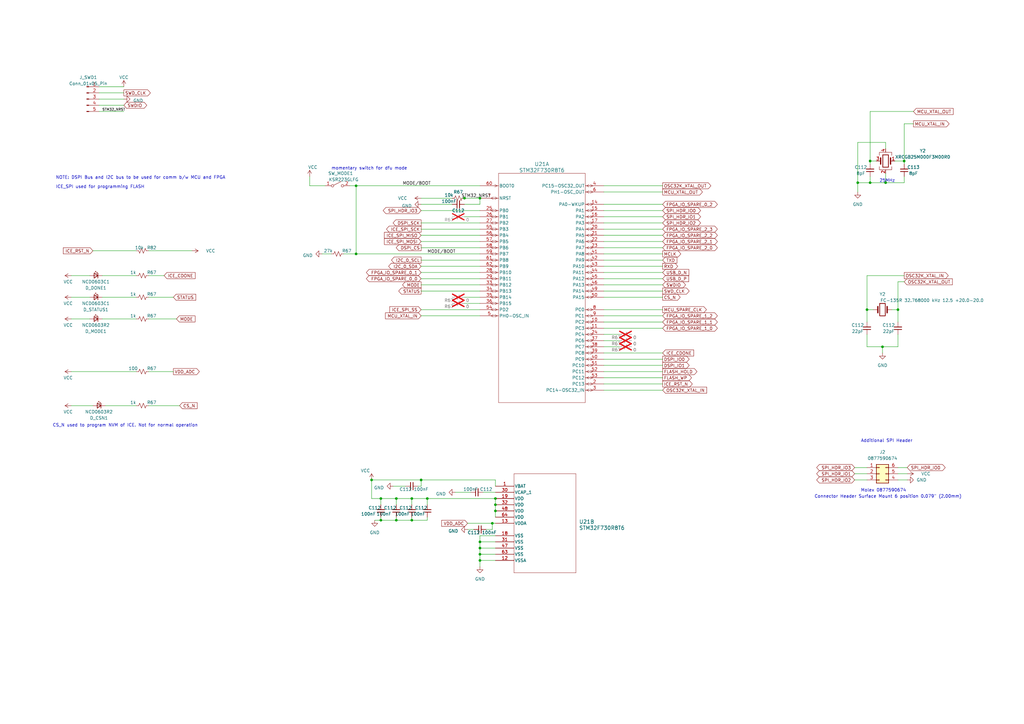
<source format=kicad_sch>
(kicad_sch (version 20230121) (generator eeschema)
  (paper "A3")
  (title_block (title "Gonk") (date "2023-07-20") (rev "P0"))
  (lib_symbols
    (symbol "Connector:Conn_01x05_Pin" (pin_names (offset 1.016) hide)
      (property "Reference" "J" (at 0 7.62 0))
      (property "Value" "Conn_01x05_Pin" (at 0 -7.62 0))
      (symbol "Conn_01x05_Pin_1_1"
        (pin passive line (at 5.08 5.08 180) (length 3.81) (name "Pin_1") (number "1"))
        (pin passive line (at 5.08 2.54 180) (length 3.81) (name "Pin_2") (number "2"))
        (pin passive line (at 5.08 0 180) (length 3.81) (name "Pin_3") (number "3"))
        (pin passive line (at 5.08 -2.54 180) (length 3.81) (name "Pin_4") (number "4"))
        (pin passive line (at 5.08 -5.08 180) (length 3.81) (name "Pin_5") (number "5"))
      )
    )
    (symbol "Connector_Generic:Conn_02x03_Counter_Clockwise" (pin_names (offset 1.016) hide)
      (property "Reference" "J" (at 1.27 5.08 0))
      (property "Value" "Conn_02x03_Counter_Clockwise" (at 1.27 -5.08 0))
      (symbol "Conn_02x03_Counter_Clockwise_1_1"
        (pin passive line (at -5.08 2.54 0) (length 3.81) (name "Pin_1") (number "1"))
        (pin passive line (at -5.08 0 0) (length 3.81) (name "Pin_2") (number "2"))
        (pin passive line (at -5.08 -2.54 0) (length 3.81) (name "Pin_3") (number "3"))
        (pin passive line (at 7.62 -2.54 180) (length 3.81) (name "Pin_4") (number "4"))
        (pin passive line (at 7.62 0 180) (length 3.81) (name "Pin_5") (number "5"))
        (pin passive line (at 7.62 2.54 180) (length 3.81) (name "Pin_6") (number "6"))
      )
    )
    (symbol "Device:C_Small" (pin_numbers hide) (pin_names (offset 0.254) hide)
      (property "Reference" "C" (at 0.254 1.778 0))
      (property "Value" "C_Small" (at 0.254 -2.032 0))
      (symbol "C_Small_1_1"
        (pin passive line (at 0 2.54 270) (length 2.032) (name "~") (number "1"))
        (pin passive line (at 0 -2.54 90) (length 2.032) (name "~") (number "2"))
      )
    )
    (symbol "Device:Crystal" (pin_numbers hide) (pin_names (offset 1.016) hide)
      (property "Reference" "Y" (at 0 3.81 0))
      (property "Value" "Crystal" (at 0 -3.81 0))
      (symbol "Crystal_1_1"
        (pin passive line (at -3.81 0 0) (length 1.27) (name "1") (number "1"))
        (pin passive line (at 3.81 0 180) (length 1.27) (name "2") (number "2"))
      )
    )
    (symbol "Device:Crystal_GND24" (pin_names (offset 1.016) hide)
      (property "Reference" "Y" (at 3.175 5.08 0))
      (property "Value" "Crystal_GND24" (at 3.175 3.175 0))
      (symbol "Crystal_GND24_1_1"
        (pin passive line (at -3.81 0 0) (length 1.27) (name "1") (number "1"))
        (pin passive line (at 0 5.08 270) (length 1.27) (name "2") (number "2"))
        (pin passive line (at 3.81 0 180) (length 1.27) (name "3") (number "3"))
        (pin passive line (at 0 -5.08 90) (length 1.27) (name "4") (number "4"))
      )
    )
    (symbol "Device:LED_Small" (pin_numbers hide) (pin_names (offset 0.254) hide)
      (property "Reference" "D" (at -1.27 3.175 0))
      (property "Value" "LED_Small" (at -4.445 -2.54 0))
      (symbol "LED_Small_1_1"
        (pin passive line (at -2.54 0 0) (length 1.778) (name "K") (number "1"))
        (pin passive line (at 2.54 0 180) (length 1.778) (name "A") (number "2"))
      )
    )
    (symbol "Device:R_Small_US" (pin_numbers hide) (pin_names (offset 0.254) hide)
      (property "Reference" "R" (at 0.762 0.508 0))
      (property "Value" "R_Small_US" (at 0.762 -1.016 0))
      (symbol "R_Small_US_1_1"
        (pin passive line (at 0 2.54 270) (length 1.016) (name "~") (number "1"))
        (pin passive line (at 0 -2.54 90) (length 1.016) (name "~") (number "2"))
      )
    )
    (symbol "MCU_ST_STM32F7:STM32F730R8T6" (pin_names (offset 0.254))
      (property "Reference" "U" (at 25.4 10.16 0))
      (property "Value" "STM32F730R8T6" (at 25.4 7.62 0))
      (symbol "STM32F730R8T6_1_1"
        (pin bidirectional line (at 50.8 -55.88 180) (length 7.62) (name "PC2") (number "10"))
        (pin bidirectional line (at 50.8 -58.42 180) (length 7.62) (name "PC3") (number "11"))
        (pin bidirectional line (at 50.8 -7.62 180) (length 7.62) (name "PA0-WKUP") (number "14"))
        (pin bidirectional line (at 50.8 -10.16 180) (length 7.62) (name "PA1") (number "15"))
        (pin bidirectional line (at 50.8 -12.7 180) (length 7.62) (name "PA2") (number "16"))
        (pin bidirectional line (at 50.8 -15.24 180) (length 7.62) (name "PA3") (number "17"))
        (pin bidirectional line (at 50.8 -81.28 180) (length 7.62) (name "PC13") (number "2"))
        (pin bidirectional line (at 50.8 -17.78 180) (length 7.62) (name "PA4") (number "20"))
        (pin bidirectional line (at 50.8 -20.32 180) (length 7.62) (name "PA5") (number "21"))
        (pin bidirectional line (at 50.8 -22.86 180) (length 7.62) (name "PA6") (number "22"))
        (pin bidirectional line (at 50.8 -25.4 180) (length 7.62) (name "PA7") (number "23"))
        (pin bidirectional line (at 50.8 -60.96 180) (length 7.62) (name "PC4") (number "24"))
        (pin bidirectional line (at 0 -10.16 0) (length 7.62) (name "PB0") (number "25"))
        (pin bidirectional line (at 0 -12.7 0) (length 7.62) (name "PB1") (number "26"))
        (pin bidirectional line (at 0 -15.24 0) (length 7.62) (name "PB2") (number "27"))
        (pin bidirectional line (at 0 -35.56 0) (length 7.62) (name "PB10") (number "28"))
        (pin bidirectional line (at 0 -38.1 0) (length 7.62) (name "PB11") (number "29"))
        (pin bidirectional line (at 50.8 -83.82 180) (length 7.62) (name "PC14-OSC32_IN") (number "3"))
        (pin bidirectional line (at 0 -40.64 0) (length 7.62) (name "PB12") (number "33"))
        (pin bidirectional line (at 0 -43.18 0) (length 7.62) (name "PB13") (number "34"))
        (pin bidirectional line (at 0 -45.72 0) (length 7.62) (name "PB14") (number "35"))
        (pin bidirectional line (at 0 -48.26 0) (length 7.62) (name "PB15") (number "36"))
        (pin bidirectional line (at 50.8 -63.5 180) (length 7.62) (name "PC6") (number "37"))
        (pin bidirectional line (at 50.8 -66.04 180) (length 7.62) (name "PC7") (number "38"))
        (pin bidirectional line (at 50.8 -68.58 180) (length 7.62) (name "PC8") (number "39"))
        (pin bidirectional line (at 50.8 0 180) (length 7.62) (name "PC15-OSC32_OUT") (number "4"))
        (pin bidirectional line (at 50.8 -71.12 180) (length 7.62) (name "PC9") (number "40"))
        (pin bidirectional line (at 50.8 -27.94 180) (length 7.62) (name "PA8") (number "41"))
        (pin bidirectional line (at 50.8 -30.48 180) (length 7.62) (name "PA9") (number "42"))
        (pin bidirectional line (at 50.8 -33.02 180) (length 7.62) (name "PA10") (number "43"))
        (pin bidirectional line (at 50.8 -35.56 180) (length 7.62) (name "PA11") (number "44"))
        (pin bidirectional line (at 50.8 -38.1 180) (length 7.62) (name "PA12") (number "45"))
        (pin bidirectional line (at 50.8 -40.64 180) (length 7.62) (name "PA13") (number "46"))
        (pin bidirectional line (at 50.8 -43.18 180) (length 7.62) (name "PA14") (number "49"))
        (pin bidirectional line (at 0 -53.34 0) (length 7.62) (name "PH0-OSC_IN") (number "5"))
        (pin bidirectional line (at 50.8 -45.72 180) (length 7.62) (name "PA15") (number "50"))
        (pin bidirectional line (at 50.8 -73.66 180) (length 7.62) (name "PC10") (number "51"))
        (pin bidirectional line (at 50.8 -76.2 180) (length 7.62) (name "PC11") (number "52"))
        (pin bidirectional line (at 50.8 -78.74 180) (length 7.62) (name "PC12") (number "53"))
        (pin bidirectional line (at 0 -50.8 0) (length 7.62) (name "PD2") (number "54"))
        (pin bidirectional line (at 0 -17.78 0) (length 7.62) (name "PB3") (number "55"))
        (pin bidirectional line (at 0 -20.32 0) (length 7.62) (name "PB4") (number "56"))
        (pin bidirectional line (at 0 -22.86 0) (length 7.62) (name "PB5") (number "57"))
        (pin bidirectional line (at 0 -25.4 0) (length 7.62) (name "PB6") (number "58"))
        (pin bidirectional line (at 0 -27.94 0) (length 7.62) (name "PB7") (number "59"))
        (pin bidirectional line (at 50.8 -2.54 180) (length 7.62) (name "PH1-OSC_OUT") (number "6"))
        (pin input line (at 0 0 0) (length 7.62) (name "BOOT0") (number "60"))
        (pin bidirectional line (at 0 -30.48 0) (length 7.62) (name "PB8") (number "61"))
        (pin bidirectional line (at 0 -33.02 0) (length 7.62) (name "PB9") (number "62"))
        (pin bidirectional line (at 0 -5.08 0) (length 7.62) (name "NRST") (number "7"))
        (pin bidirectional line (at 50.8 -50.8 180) (length 7.62) (name "PC0") (number "8"))
        (pin bidirectional line (at 50.8 -53.34 180) (length 7.62) (name "PC1") (number "9"))
      )
      (symbol "STM32F730R8T6_2_1"
        (pin power_in line (at 0 0 0) (length 7.62) (name "VBAT") (number "1"))
        (pin power_in line (at 0 -30.48 0) (length 7.62) (name "VSSA") (number "12"))
        (pin power_in line (at 0 -15.24 0) (length 7.62) (name "VDDA") (number "13"))
        (pin power_in line (at 0 -20.32 0) (length 7.62) (name "VSS") (number "18"))
        (pin power_in line (at 0 -5.08 0) (length 7.62) (name "VDD") (number "19"))
        (pin power_in line (at 0 -2.54 0) (length 7.62) (name "VCAP_1") (number "30"))
        (pin power_in line (at 0 -22.86 0) (length 7.62) (name "VSS") (number "31"))
        (pin power_in line (at 0 -7.62 0) (length 7.62) (name "VDD") (number "32"))
        (pin power_in line (at 0 -25.4 0) (length 7.62) (name "VSS") (number "47"))
        (pin power_in line (at 0 -10.16 0) (length 7.62) (name "VDD") (number "48"))
        (pin power_in line (at 0 -27.94 0) (length 7.62) (name "VSS") (number "63"))
        (pin power_in line (at 0 -12.7 0) (length 7.62) (name "VDD") (number "64"))
      )
    )
    (symbol "Switch:SW_SPST" (pin_names (offset 0) hide)
      (property "Reference" "SW" (at 0 3.175 0))
      (property "Value" "SW_SPST" (at 0 -2.54 0))
      (symbol "SW_SPST_1_1"
        (pin passive line (at -5.08 0 0) (length 2.54) (name "A") (number "1"))
        (pin passive line (at 5.08 0 180) (length 2.54) (name "B") (number "2"))
      )
    )
    (symbol "power:GND" (power) (pin_names (offset 0))
      (property "Value" "GND" (at 0 -3.81 0))
      (symbol "GND_1_1"
        (pin power_in line (at 0 0 270) (length 0) hide (name "GND") (number "1"))
      )
    )
    (symbol "power:VCC_GONK" (power) (pin_names (offset 0))
      (property "Value" "VCC_GONK" (at 0 3.81 0))
      (symbol "VCC_GONK_1_1"
        (pin power_in line (at 0 0 90) (length 0) hide (name "VCC") (number "1"))
      )
    )
  )
  (junction (at 355.6 127))
  (junction (at 356.87 66.04))
  (junction (at 370.84 66.04))
  (junction (at 196.85 222.25))
  (junction (at 146.05 76.2))
  (junction (at 203.2 209.55))
  (junction (at 162.56 213.36))
  (junction (at 156.21 204.47))
  (junction (at 203.2 207.01))
  (junction (at 196.85 224.79))
  (junction (at 172.72 196.85))
  (junction (at 368.3 127))
  (junction (at 190.5 81.28))
  (junction (at 162.56 204.47))
  (junction (at 196.85 81.28))
  (junction (at 175.26 204.47))
  (junction (at 168.91 204.47))
  (junction (at 201.93 214.63))
  (junction (at 356.87 74.93))
  (junction (at 361.95 142.24))
  (junction (at 363.22 74.93))
  (junction (at 146.05 104.14))
  (junction (at 196.85 227.33))
  (junction (at 152.4 196.85))
  (junction (at 196.85 229.87))
  (junction (at 351.79 74.93))
  (junction (at 168.91 213.36))
  (junction (at 156.21 213.36))
  (junction (at 203.2 204.47))
  (wire (pts (xy 247.65 76.2) (xy 271.78 76.2)))
  (wire (pts (xy 374.65 50.8) (xy 370.84 50.8)))
  (wire (pts (xy 201.93 217.17) (xy 201.93 214.63)))
  (wire (pts (xy 152.4 196.85) (xy 172.72 196.85)))
  (wire (pts (xy 153.67 213.36) (xy 156.21 213.36)))
  (wire (pts (xy 363.22 71.12) (xy 363.22 74.93)))
  (wire (pts (xy 172.72 106.68) (xy 196.85 106.68)))
  (wire (pts (xy 370.84 50.8) (xy 370.84 66.04)))
  (wire (pts (xy 60.96 121.92) (xy 71.12 121.92)))
  (wire (pts (xy 162.56 204.47) (xy 168.91 204.47)))
  (wire (pts (xy 146.05 104.14) (xy 196.85 104.14)))
  (wire (pts (xy 196.85 229.87) (xy 196.85 232.41)))
  (wire (pts (xy 146.05 76.2) (xy 146.05 104.14)))
  (wire (pts (xy 247.65 116.84) (xy 271.78 116.84)))
  (wire (pts (xy 254 142.24) (xy 247.65 142.24)))
  (wire (pts (xy 40.64 35.56) (xy 50.8 35.56)))
  (wire (pts (xy 247.65 160.02) (xy 271.78 160.02)))
  (wire (pts (xy 203.2 207.01) (xy 203.2 209.55)))
  (wire (pts (xy 247.65 106.68) (xy 271.78 106.68)))
  (wire (pts (xy 247.65 104.14) (xy 271.78 104.14)))
  (wire (pts (xy 190.5 83.82) (xy 196.85 83.82)))
  (wire (pts (xy 356.87 74.93) (xy 363.22 74.93)))
  (wire (pts (xy 172.72 91.44) (xy 196.85 91.44)))
  (wire (pts (xy 247.65 109.22) (xy 271.78 109.22)))
  (wire (pts (xy 350.52 191.77) (xy 355.6 191.77)))
  (wire (pts (xy 40.64 45.72) (xy 50.8 45.72)))
  (wire (pts (xy 247.65 149.86) (xy 271.78 149.86)))
  (wire (pts (xy 168.91 204.47) (xy 175.26 204.47)))
  (wire (pts (xy 168.91 212.09) (xy 168.91 213.36)))
  (wire (pts (xy 196.85 219.71) (xy 196.85 222.25)))
  (wire (pts (xy 247.65 134.62) (xy 271.78 134.62)))
  (wire (pts (xy 172.72 101.6) (xy 196.85 101.6)))
  (wire (pts (xy 172.72 93.98) (xy 196.85 93.98)))
  (wire (pts (xy 146.05 76.2) (xy 196.85 76.2)))
  (wire (pts (xy 172.72 196.85) (xy 203.2 196.85)))
  (wire (pts (xy 368.3 137.16) (xy 368.3 142.24)))
  (wire (pts (xy 247.65 91.44) (xy 271.78 91.44)))
  (wire (pts (xy 60.96 166.37) (xy 73.66 166.37)))
  (wire (pts (xy 168.91 204.47) (xy 168.91 207.01)))
  (wire (pts (xy 196.85 224.79) (xy 203.2 224.79)))
  (wire (pts (xy 370.84 74.93) (xy 370.84 72.39)))
  (wire (pts (xy 171.45 199.39) (xy 172.72 199.39)))
  (wire (pts (xy 247.65 93.98) (xy 271.78 93.98)))
  (wire (pts (xy 247.65 99.06) (xy 271.78 99.06)))
  (wire (pts (xy 168.91 213.36) (xy 175.26 213.36)))
  (wire (pts (xy 365.76 127) (xy 368.3 127)))
  (wire (pts (xy 247.65 96.52) (xy 271.78 96.52)))
  (wire (pts (xy 368.3 194.31) (xy 372.11 194.31)))
  (wire (pts (xy 247.65 152.4) (xy 271.78 152.4)))
  (wire (pts (xy 152.4 204.47) (xy 156.21 204.47)))
  (wire (pts (xy 356.87 45.72) (xy 374.65 45.72)))
  (wire (pts (xy 55.88 166.37) (xy 43.18 166.37)))
  (wire (pts (xy 356.87 72.39) (xy 356.87 74.93)))
  (wire (pts (xy 247.65 127) (xy 271.78 127)))
  (wire (pts (xy 196.85 224.79) (xy 196.85 227.33)))
  (wire (pts (xy 254 137.16) (xy 247.65 137.16)))
  (wire (pts (xy 355.6 113.03) (xy 370.84 113.03)))
  (wire (pts (xy 361.95 142.24) (xy 361.95 144.78)))
  (wire (pts (xy 196.85 227.33) (xy 203.2 227.33)))
  (wire (pts (xy 196.85 227.33) (xy 196.85 229.87)))
  (wire (pts (xy 203.2 204.47) (xy 203.2 207.01)))
  (wire (pts (xy 175.26 204.47) (xy 175.26 207.01)))
  (wire (pts (xy 175.26 212.09) (xy 175.26 213.36)))
  (wire (pts (xy 190.5 124.46) (xy 196.85 124.46)))
  (wire (pts (xy 254 139.7) (xy 247.65 139.7)))
  (wire (pts (xy 247.65 83.82) (xy 271.78 83.82)))
  (wire (pts (xy 196.85 222.25) (xy 203.2 222.25)))
  (wire (pts (xy 172.72 119.38) (xy 196.85 119.38)))
  (wire (pts (xy 172.72 99.06) (xy 196.85 99.06)))
  (wire (pts (xy 355.6 137.16) (xy 355.6 142.24)))
  (wire (pts (xy 172.72 111.76) (xy 196.85 111.76)))
  (wire (pts (xy 156.21 213.36) (xy 162.56 213.36)))
  (wire (pts (xy 60.96 113.03) (xy 67.31 113.03)))
  (wire (pts (xy 189.23 81.28) (xy 190.5 81.28)))
  (wire (pts (xy 162.56 213.36) (xy 168.91 213.36)))
  (wire (pts (xy 247.65 111.76) (xy 271.78 111.76)))
  (wire (pts (xy 203.2 199.39) (xy 203.2 196.85)))
  (wire (pts (xy 140.97 104.14) (xy 146.05 104.14)))
  (wire (pts (xy 247.65 129.54) (xy 271.78 129.54)))
  (wire (pts (xy 368.3 115.57) (xy 370.84 115.57)))
  (wire (pts (xy 350.52 194.31) (xy 355.6 194.31)))
  (wire (pts (xy 156.21 212.09) (xy 156.21 213.36)))
  (wire (pts (xy 247.65 86.36) (xy 271.78 86.36)))
  (wire (pts (xy 368.3 191.77) (xy 372.11 191.77)))
  (wire (pts (xy 156.21 204.47) (xy 162.56 204.47)))
  (wire (pts (xy 247.65 154.94) (xy 271.78 154.94)))
  (wire (pts (xy 363.22 58.42) (xy 363.22 60.96)))
  (wire (pts (xy 247.65 101.6) (xy 271.78 101.6)))
  (wire (pts (xy 190.5 81.28) (xy 196.85 81.28)))
  (wire (pts (xy 172.72 83.82) (xy 185.42 83.82)))
  (wire (pts (xy 29.21 166.37) (xy 38.1 166.37)))
  (wire (pts (xy 172.72 86.36) (xy 196.85 86.36)))
  (wire (pts (xy 247.65 78.74) (xy 271.78 78.74)))
  (wire (pts (xy 143.51 76.2) (xy 146.05 76.2)))
  (wire (pts (xy 55.88 130.81) (xy 41.91 130.81)))
  (wire (pts (xy 196.85 83.82) (xy 196.85 81.28)))
  (wire (pts (xy 247.65 114.3) (xy 271.78 114.3)))
  (wire (pts (xy 368.3 127) (xy 368.3 132.08)))
  (wire (pts (xy 368.3 196.85) (xy 372.11 196.85)))
  (wire (pts (xy 355.6 127) (xy 358.14 127)))
  (wire (pts (xy 156.21 204.47) (xy 156.21 207.01)))
  (wire (pts (xy 172.72 127) (xy 196.85 127)))
  (wire (pts (xy 161.29 199.39) (xy 166.37 199.39)))
  (wire (pts (xy 271.78 144.78) (xy 247.65 144.78)))
  (wire (pts (xy 127 76.2) (xy 127 72.39)))
  (wire (pts (xy 247.65 157.48) (xy 271.78 157.48)))
  (wire (pts (xy 247.65 88.9) (xy 271.78 88.9)))
  (wire (pts (xy 172.72 116.84) (xy 196.85 116.84)))
  (wire (pts (xy 199.39 217.17) (xy 201.93 217.17)))
  (wire (pts (xy 363.22 74.93) (xy 370.84 74.93)))
  (wire (pts (xy 40.64 43.18) (xy 50.8 43.18)))
  (wire (pts (xy 55.88 121.92) (xy 41.91 121.92)))
  (wire (pts (xy 370.84 67.31) (xy 370.84 66.04)))
  (wire (pts (xy 172.72 81.28) (xy 185.42 81.28)))
  (wire (pts (xy 196.85 222.25) (xy 196.85 224.79)))
  (wire (pts (xy 172.72 109.22) (xy 196.85 109.22)))
  (wire (pts (xy 55.88 113.03) (xy 41.91 113.03)))
  (wire (pts (xy 133.35 76.2) (xy 127 76.2)))
  (wire (pts (xy 363.22 58.42) (xy 351.79 58.42)))
  (wire (pts (xy 29.21 152.4) (xy 55.88 152.4)))
  (wire (pts (xy 60.96 130.81) (xy 72.39 130.81)))
  (wire (pts (xy 196.85 229.87) (xy 203.2 229.87)))
  (wire (pts (xy 40.64 40.64) (xy 50.8 40.64)))
  (wire (pts (xy 78.74 102.87) (xy 60.96 102.87)))
  (wire (pts (xy 351.79 58.42) (xy 351.79 74.93)))
  (wire (pts (xy 355.6 142.24) (xy 361.95 142.24)))
  (wire (pts (xy 29.21 113.03) (xy 36.83 113.03)))
  (wire (pts (xy 172.72 129.54) (xy 196.85 129.54)))
  (wire (pts (xy 29.21 121.92) (xy 36.83 121.92)))
  (wire (pts (xy 162.56 212.09) (xy 162.56 213.36)))
  (wire (pts (xy 175.26 204.47) (xy 203.2 204.47)))
  (wire (pts (xy 190.5 88.9) (xy 196.85 88.9)))
  (wire (pts (xy 201.93 214.63) (xy 203.2 214.63)))
  (wire (pts (xy 351.79 74.93) (xy 351.79 78.74)))
  (wire (pts (xy 368.3 127) (xy 368.3 115.57)))
  (wire (pts (xy 247.65 147.32) (xy 271.78 147.32)))
  (wire (pts (xy 40.64 38.1) (xy 50.8 38.1)))
  (wire (pts (xy 350.52 196.85) (xy 355.6 196.85)))
  (wire (pts (xy 355.6 127) (xy 355.6 132.08)))
  (wire (pts (xy 203.2 209.55) (xy 203.2 212.09)))
  (wire (pts (xy 356.87 74.93) (xy 351.79 74.93)))
  (wire (pts (xy 356.87 45.72) (xy 356.87 66.04)))
  (wire (pts (xy 172.72 114.3) (xy 196.85 114.3)))
  (wire (pts (xy 368.3 142.24) (xy 361.95 142.24)))
  (wire (pts (xy 132.08 104.14) (xy 135.89 104.14)))
  (wire (pts (xy 356.87 66.04) (xy 359.41 66.04)))
  (wire (pts (xy 203.2 219.71) (xy 196.85 219.71)))
  (wire (pts (xy 162.56 204.47) (xy 162.56 207.01)))
  (wire (pts (xy 172.72 199.39) (xy 172.72 196.85)))
  (wire (pts (xy 38.1 102.87) (xy 55.88 102.87)))
  (wire (pts (xy 198.12 201.93) (xy 203.2 201.93)))
  (wire (pts (xy 152.4 204.47) (xy 152.4 196.85)))
  (wire (pts (xy 355.6 127) (xy 355.6 113.03)))
  (wire (pts (xy 190.5 121.92) (xy 196.85 121.92)))
  (wire (pts (xy 186.69 201.93) (xy 193.04 201.93)))
  (wire (pts (xy 367.03 66.04) (xy 370.84 66.04)))
  (wire (pts (xy 247.65 119.38) (xy 271.78 119.38)))
  (wire (pts (xy 356.87 67.31) (xy 356.87 66.04)))
  (wire (pts (xy 29.21 130.81) (xy 36.83 130.81)))
  (wire (pts (xy 247.65 132.08) (xy 271.78 132.08)))
  (wire (pts (xy 191.77 214.63) (xy 201.93 214.63)))
  (wire (pts (xy 191.77 217.17) (xy 194.31 217.17)))
  (wire (pts (xy 247.65 121.92) (xy 271.78 121.92)))
  (wire (pts (xy 172.72 96.52) (xy 196.85 96.52)))
  (wire (pts (xy 60.96 152.4) (xy 71.12 152.4)))
  (text "Additional SPI Header " (at 353.06 181.61 0) (effects (font (size 1.27 1.27)) (justify left bottom)))
  (text "25MHz\n" (at 360.68 74.93 0) (effects (font (size 1.27 1.27)) (justify left bottom)))
  (text "NOTE: DSPI Bus and I2C bus to be used for comm b/w MCU and FPGA" (at 22.86 73.66 0) (effects (font (size 1.27 1.27)) (justify left bottom)))
  (text "momentary switch for dfu mode" (at 135.89 69.85 0) (effects (font (size 1.27 1.27)) (justify left bottom)))
  (text "Connector Header Surface Mount 6 position 0.079\" (2.00mm)\n" (at 334.01 204.47 0) (effects (font (size 1.27 1.27)) (justify left bottom)))
  (text "Molex 0877590674" (at 353.06 201.93 0) (effects (font (size 1.27 1.27)) (justify left bottom)))
  (text "CS_N used to program NVM of ICE. Not for normal operation" (at 21.59 175.26 0) (effects (font (size 1.27 1.27)) (justify left bottom)))
  (text "ICE_SPI used for programming FLASH \n" (at 22.86 77.47 0) (effects (font (size 1.27 1.27)) (justify left bottom)))
  (label "MODE{slash}BOOT" (at 165.1 76.2 0))
  (label "MODE{slash}BOOT" (at 175.26 104.14 0))
  (label "STM32_NRST" (at 189.23 81.28 0))
  (label "STM32_NRST" (at 41.91 45.72 0) (effects (font (size 1 1))))
  (global_label "MCU_XTAL_OUT" (shape output) (at 271.78 78.74 0) (property "Intersheetrefs" "${INTERSHEET_REFS}" (at 288.5953 78.74 0) (effects (justify left))))
  (global_label "FPGA_IO_SPARE_1_1" (shape bidirectional) (at 271.78 132.08 0) (property "Intersheetrefs" "${INTERSHEET_REFS}" (at 294.7261 132.08 0) (effects (justify left))))
  (global_label "CS_N" (shape output) (at 271.78 121.92 0) (property "Intersheetrefs" "${INTERSHEET_REFS}" (at 279.4634 121.92 0) (effects (justify left))))
  (global_label "MCU_XTAL_IN" (shape output) (at 374.65 50.8 0) (property "Intersheetrefs" "${INTERSHEET_REFS}" (at 389.772 50.8 0) (effects (justify left))))
  (global_label "SPI_HDR_IO0" (shape bidirectional) (at 271.78 86.36 0) (property "Intersheetrefs" "${INTERSHEET_REFS}" (at 287.8319 86.36 0) (effects (justify left))))
  (global_label "I2C_0_SDA" (shape bidirectional) (at 172.72 109.22 180) (property "Intersheetrefs" "${INTERSHEET_REFS}" (at 158.9058 109.22 0) (effects (justify right))))
  (global_label "FPGA_IO_SPARE_2_1" (shape bidirectional) (at 271.78 99.06 0) (property "Intersheetrefs" "${INTERSHEET_REFS}" (at 294.7261 99.06 0) (effects (justify left))))
  (global_label "MCLK" (shape output) (at 271.78 104.14 0) (property "Intersheetrefs" "${INTERSHEET_REFS}" (at 279.7053 104.14 0) (effects (justify left))))
  (global_label "DSPI_IO0" (shape output) (at 271.78 147.32 0) (property "Intersheetrefs" "${INTERSHEET_REFS}" (at 283.1525 147.32 0) (effects (justify left))))
  (global_label "OSC32K_XTAL_OUT" (shape input) (at 370.84 115.57 0) (property "Intersheetrefs" "${INTERSHEET_REFS}" (at 391.1024 115.57 0) (effects (justify left))))
  (global_label "ICE_SPI_MISO" (shape input) (at 172.72 96.52 180) (property "Intersheetrefs" "${INTERSHEET_REFS}" (at 157.1747 96.52 0) (effects (justify right))))
  (global_label "SPI_HDR_IO3" (shape bidirectional) (at 350.52 191.77 180) (property "Intersheetrefs" "${INTERSHEET_REFS}" (at 334.4681 191.77 0) (effects (justify right))))
  (global_label "VDD_ADC" (shape output) (at 71.12 152.4 0) (property "Intersheetrefs" "${INTERSHEET_REFS}" (at 82.2506 152.4 0) (effects (justify left))))
  (global_label "ICE_CDONE" (shape input) (at 67.31 113.03 0) (property "Intersheetrefs" "${INTERSHEET_REFS}" (at 80.5572 113.03 0) (effects (justify left))))
  (global_label "MODE" (shape input) (at 72.39 130.81 0) (property "Intersheetrefs" "${INTERSHEET_REFS}" (at 80.4967 130.81 0) (effects (justify left))))
  (global_label "I2C_0_SCL" (shape output) (at 172.72 106.68 180) (property "Intersheetrefs" "${INTERSHEET_REFS}" (at 160.0776 106.68 0) (effects (justify right))))
  (global_label "DSPI_SCK" (shape output) (at 172.72 91.44 180) (property "Intersheetrefs" "${INTERSHEET_REFS}" (at 160.7428 91.44 0) (effects (justify right))))
  (global_label "FLASH_WP" (shape output) (at 271.78 154.94 0) (property "Intersheetrefs" "${INTERSHEET_REFS}" (at 284.1201 154.94 0) (effects (justify left))))
  (global_label "USB_D_P" (shape input) (at 271.78 114.3 0) (property "Intersheetrefs" "${INTERSHEET_REFS}" (at 282.971 114.3 0) (effects (justify left))))
  (global_label "SWDIO" (shape bidirectional) (at 50.8 43.18 0) (property "Intersheetrefs" "${INTERSHEET_REFS}" (at 60.6833 43.18 0) (effects (justify left))))
  (global_label "FPGA_IO_SPARE_0_0" (shape bidirectional) (at 172.72 114.3 180) (property "Intersheetrefs" "${INTERSHEET_REFS}" (at 149.7739 114.3 0) (effects (justify right))))
  (global_label "SPI_HDR_IO1" (shape bidirectional) (at 271.78 88.9 0) (property "Intersheetrefs" "${INTERSHEET_REFS}" (at 287.8319 88.9 0) (effects (justify left))))
  (global_label "FPGA_IO_SPARE_2_2" (shape bidirectional) (at 271.78 96.52 0) (property "Intersheetrefs" "${INTERSHEET_REFS}" (at 294.7261 96.52 0) (effects (justify left))))
  (global_label "RXD" (shape output) (at 271.78 109.22 0) (property "Intersheetrefs" "${INTERSHEET_REFS}" (at 278.4353 109.22 0) (effects (justify left))))
  (global_label "SPI_HDR_IO2" (shape bidirectional) (at 350.52 196.85 180) (property "Intersheetrefs" "${INTERSHEET_REFS}" (at 334.4681 196.85 0) (effects (justify right))))
  (global_label "USB_D_N" (shape input) (at 271.78 111.76 0) (property "Intersheetrefs" "${INTERSHEET_REFS}" (at 283.0315 111.76 0) (effects (justify left))))
  (global_label "MCU_XTAL_IN" (shape input) (at 172.72 129.54 180) (property "Intersheetrefs" "${INTERSHEET_REFS}" (at 157.598 129.54 0) (effects (justify right))))
  (global_label "SWDIO" (shape bidirectional) (at 271.78 116.84 0) (property "Intersheetrefs" "${INTERSHEET_REFS}" (at 281.6633 116.84 0) (effects (justify left))))
  (global_label "FPGA_IO_SPARE_2_0" (shape bidirectional) (at 271.78 101.6 0) (property "Intersheetrefs" "${INTERSHEET_REFS}" (at 294.7261 101.6 0) (effects (justify left))))
  (global_label "ICE_SPI_SS" (shape input) (at 172.72 127 180) (property "Intersheetrefs" "${INTERSHEET_REFS}" (at 159.3519 127 0) (effects (justify right))))
  (global_label "ICE_RST_N" (shape input) (at 38.1 102.87 180) (property "Intersheetrefs" "${INTERSHEET_REFS}" (at 25.4576 102.87 0) (effects (justify right))))
  (global_label "ICE_CDONE" (shape input) (at 271.78 144.78 0) (property "Intersheetrefs" "${INTERSHEET_REFS}" (at 285.0272 144.78 0) (effects (justify left))))
  (global_label "SPI_HDR_IO1" (shape bidirectional) (at 350.52 194.31 180) (property "Intersheetrefs" "${INTERSHEET_REFS}" (at 334.4681 194.31 0) (effects (justify right))))
  (global_label "FPGA_IO_SPARE_1_2" (shape bidirectional) (at 271.78 129.54 0) (property "Intersheetrefs" "${INTERSHEET_REFS}" (at 294.7261 129.54 0) (effects (justify left))))
  (global_label "FLASH_HOLD" (shape output) (at 271.78 152.4 0) (property "Intersheetrefs" "${INTERSHEET_REFS}" (at 286.3578 152.4 0) (effects (justify left))))
  (global_label "MCU_XTAL_OUT" (shape input) (at 374.65 45.72 0) (property "Intersheetrefs" "${INTERSHEET_REFS}" (at 391.4653 45.72 0) (effects (justify left))))
  (global_label "DSPI_CS" (shape output) (at 172.72 101.6 180) (property "Intersheetrefs" "${INTERSHEET_REFS}" (at 162.0128 101.6 0) (effects (justify right))))
  (global_label "FPGA_IO_SPARE_0_1" (shape bidirectional) (at 172.72 111.76 180) (property "Intersheetrefs" "${INTERSHEET_REFS}" (at 149.7739 111.76 0) (effects (justify right))))
  (global_label "SPI_HDR_IO0" (shape bidirectional) (at 372.11 191.77 0) (property "Intersheetrefs" "${INTERSHEET_REFS}" (at 388.1619 191.77 0) (effects (justify left))))
  (global_label "SPI_HDR_IO2" (shape bidirectional) (at 271.78 91.44 0) (property "Intersheetrefs" "${INTERSHEET_REFS}" (at 287.8319 91.44 0) (effects (justify left))))
  (global_label "FPGA_IO_SPARE_2_3" (shape bidirectional) (at 271.78 93.98 0) (property "Intersheetrefs" "${INTERSHEET_REFS}" (at 294.7261 93.98 0) (effects (justify left))))
  (global_label "OSC32K_XTAL_IN" (shape input) (at 271.78 160.02 0) (property "Intersheetrefs" "${INTERSHEET_REFS}" (at 290.3491 160.02 0) (effects (justify left))))
  (global_label "SWD_CLK" (shape output) (at 50.8 38.1 0) (property "Intersheetrefs" "${INTERSHEET_REFS}" (at 62.1724 38.1 0) (effects (justify left))))
  (global_label "ICE_SPI_SCK" (shape output) (at 172.72 93.98 180) (property "Intersheetrefs" "${INTERSHEET_REFS}" (at 158.0214 93.98 0) (effects (justify right))))
  (global_label "MCU_SPARE_CLK" (shape output) (at 271.78 127 0) (property "Intersheetrefs" "${INTERSHEET_REFS}" (at 290.2281 127 0) (effects (justify left))))
  (global_label "VDD_ADC" (shape input) (at 191.77 214.63 180) (property "Intersheetrefs" "${INTERSHEET_REFS}" (at 180.6394 214.63 0) (effects (justify right))))
  (global_label "MODE" (shape output) (at 172.72 116.84 180) (property "Intersheetrefs" "${INTERSHEET_REFS}" (at 164.6133 116.84 0) (effects (justify right))))
  (global_label "ICE_RST_N" (shape output) (at 271.78 157.48 0) (property "Intersheetrefs" "${INTERSHEET_REFS}" (at 284.4224 157.48 0) (effects (justify left))))
  (global_label "ICE_SPI_MOSI" (shape input) (at 172.72 99.06 180) (property "Intersheetrefs" "${INTERSHEET_REFS}" (at 157.1747 99.06 0) (effects (justify right))))
  (global_label "OSC32K_XTAL_OUT" (shape output) (at 271.78 76.2 0) (property "Intersheetrefs" "${INTERSHEET_REFS}" (at 292.0424 76.2 0) (effects (justify left))))
  (global_label "STATUS" (shape input) (at 71.12 121.92 0) (property "Intersheetrefs" "${INTERSHEET_REFS}" (at 80.7991 121.92 0) (effects (justify left))))
  (global_label "SPI_HDR_IO3" (shape bidirectional) (at 172.72 86.36 180) (property "Intersheetrefs" "${INTERSHEET_REFS}" (at 156.6681 86.36 0) (effects (justify right))))
  (global_label "FPGA_IO_SPARE_1_0" (shape bidirectional) (at 271.78 134.62 0) (property "Intersheetrefs" "${INTERSHEET_REFS}" (at 294.7261 134.62 0) (effects (justify left))))
  (global_label "DSPI_IO1" (shape output) (at 271.78 149.86 0) (property "Intersheetrefs" "${INTERSHEET_REFS}" (at 283.1525 149.86 0) (effects (justify left))))
  (global_label "TXD" (shape input) (at 271.78 106.68 0) (property "Intersheetrefs" "${INTERSHEET_REFS}" (at 278.1329 106.68 0) (effects (justify left))))
  (global_label "FPGA_IO_SPARE_0_2" (shape bidirectional) (at 271.78 83.82 0) (property "Intersheetrefs" "${INTERSHEET_REFS}" (at 294.7261 83.82 0) (effects (justify left))))
  (global_label "CS_N" (shape input) (at 73.66 166.37 0) (property "Intersheetrefs" "${INTERSHEET_REFS}" (at 81.3434 166.37 0) (effects (justify left))))
  (global_label "SWD_CLK" (shape output) (at 271.78 119.38 0) (property "Intersheetrefs" "${INTERSHEET_REFS}" (at 283.1524 119.38 0) (effects (justify left))))
  (global_label "STATUS" (shape output) (at 172.72 119.38 180) (property "Intersheetrefs" "${INTERSHEET_REFS}" (at 163.0409 119.38 0) (effects (justify right))))
  (global_label "OSC32K_XTAL_IN" (shape output) (at 370.84 113.03 0) (property "Intersheetrefs" "${INTERSHEET_REFS}" (at 389.4091 113.03 0) (effects (justify left))))
  (symbol (lib_id "power:VCC_GONK") (at 372.11 194.31 270) (mirror x) (unit 1)
    (property "Reference" "#PWR0200" (effects hide))
    (property "Value" "VCC_GONK" (at 379.73 194.31 90))
    (instances (project "Gonk" (path "" (reference "#PWR0200") (unit 1)) (path "" (reference "#PWR0218") (unit 1)) (path "" (reference "#PWR0105") (unit 1))))
  )
  (symbol (lib_id "Device:R_Small_US") (at 58.42 121.92 270) (unit 1)
    (property "Reference" "R67" (at 62.23 120.65 90))
    (property "Value" "1k" (at 54.61 120.65 90))
    (property "Footprint" "Resistor_SMD:R_0402_1005Metric" (effects hide))
    (instances (project "Gonk" (path "" (reference "R67") (unit 1)) (path "" (reference "R79") (unit 1))))
  )
  (symbol (lib_id "power:VCC_GONK") (at 152.4 196.85 0) (mirror y) (unit 1)
    (property "Reference" "#PWR0200" (effects hide))
    (property "Value" "VCC_GONK" (at 149.86 193.04 0))
    (instances (project "Gonk" (path "" (reference "#PWR0200") (unit 1)) (path "" (reference "#PWR0218") (unit 1)) (path "" (reference "#PWR0204") (unit 1))))
  )
  (symbol (lib_id "Device:Crystal") (at 361.95 127 0) (unit 1)
    (property "Reference" "Y2" (at 361.95 120.65 0))
    (property "Value" "FC-135R 32.768000 kHz 12.5 +20.0-20.0" (at 382.27 123.19 0))
    (property "Footprint" "Crystal:Crystal_SMD_3215-2Pin_3.2x1.5mm" (effects hide))
  )
  (symbol (lib_id "MCU_ST_STM32F7:STM32F730R8T6") (at 196.85 76.2 0) (unit 1)
    (property "Reference" "U21" (at 222.25 67.31 0) (effects (font (size 1.524 1.524))))
    (property "Value" "STM32F730R8T6" (at 222.25 69.85 0) (effects (font (size 1.524 1.524))))
    (property "Footprint" "LQFP64-10x10mm" (effects hide))
    (property "Datasheet" "STM32F730R8T6" (effects hide))
  )
  (symbol (lib_id "Device:R_Small_US") (at 256.54 139.7 90) (unit 1) (in_bom no) (dnp yes)
    (property "Reference" "R67" (at 252.73 140.97 90))
    (property "Value" "0" (at 260.35 140.97 90))
    (property "Footprint" "Resistor_SMD:R_0402_1005Metric" (effects hide))
    (instances (project "Gonk" (path "" (reference "R67") (unit 1)) (path "" (reference "R112") (unit 1))))
  )
  (symbol (lib_id "power:VCC_GONK") (at 29.21 121.92 90) (mirror x) (unit 1)
    (property "Reference" "#PWR0200" (effects hide))
    (property "Value" "VCC_GONK" (at 27.94 124.46 90))
    (instances (project "Gonk" (path "" (reference "#PWR0200") (unit 1)) (path "" (reference "#PWR0218") (unit 1)) (path "" (reference "#PWR0199") (unit 1))))
  )
  (symbol (lib_id "Device:R_Small_US") (at 58.42 166.37 270) (unit 1)
    (property "Reference" "R67" (at 62.23 165.1 90))
    (property "Value" "1k" (at 54.61 165.1 90))
    (property "Footprint" "Resistor_SMD:R_0402_1005Metric" (effects hide))
    (instances (project "Gonk" (path "" (reference "R67") (unit 1)) (path "" (reference "R83") (unit 1))))
  )
  (symbol (lib_id "Device:R_Small_US") (at 187.96 121.92 90) (unit 1) (in_bom no) (dnp yes)
    (property "Reference" "R67" (at 184.15 123.19 90))
    (property "Value" "0" (at 191.77 123.19 90))
    (property "Footprint" "Resistor_SMD:R_0402_1005Metric" (effects hide))
    (instances (project "Gonk" (path "" (reference "R67") (unit 1)) (path "" (reference "R115") (unit 1))))
  )
  (symbol (lib_id "Device:C_Small") (at 196.85 217.17 270) (unit 1)
    (property "Reference" "C112" (at 194.31 218.44 90))
    (property "Value" "100nF" (at 200.66 218.44 90))
    (property "Footprint" "Capacitor_SMD:C_0402_1005Metric" (effects hide))
    (instances (project "Gonk" (path "" (reference "C112") (unit 1)) (path "" (reference "C84") (unit 1))))
  )
  (symbol (lib_id "power:VCC_GONK") (at 50.8 35.56 0) (unit 1)
    (property "Reference" "#PWR0237" (effects hide))
    (property "Value" "VCC_GONK" (at 50.8 31.75 0))
  )
  (symbol (lib_id "Device:LED_Small") (at 39.37 113.03 0) (mirror y) (unit 1)
    (property "Reference" "D_DONE1" (at 39.3065 118.11 0))
    (property "Value" "NCD0603C1" (at 39.3065 115.57 0))
    (property "Footprint" "LED_SMD:LED_0603_1608Metric" (effects hide))
  )
  (symbol (lib_id "power:GND") (at 161.29 199.39 270) (unit 1)
    (property "Reference" "#PWR0146" (effects hide))
    (property "Value" "GND" (at 157.48 200.025 90) (effects (justify right)))
    (instances (project "Gonk" (path "" (reference "#PWR0146") (unit 1)) (path "" (reference "#PWR0205") (unit 1))))
  )
  (symbol (lib_id "power:VCC_GONK") (at 29.21 130.81 90) (mirror x) (unit 1)
    (property "Reference" "#PWR0200" (effects hide))
    (property "Value" "VCC_GONK" (at 27.94 133.35 90))
    (instances (project "Gonk" (path "" (reference "#PWR0200") (unit 1)) (path "" (reference "#PWR0218") (unit 1)) (path "" (reference "#PWR0200") (unit 1))))
  )
  (symbol (lib_id "Device:C_Small") (at 356.87 69.85 180) (unit 1)
    (property "Reference" "C112" (at 353.06 68.58 0))
    (property "Value" "8pF" (at 353.06 71.12 0))
    (property "Footprint" "Capacitor_SMD:C_0402_1005Metric" (effects hide))
    (instances (project "Gonk" (path "" (reference "C112") (unit 1)) (path "" (reference "C73") (unit 1))))
  )
  (symbol (lib_id "power:GND") (at 186.69 201.93 270) (unit 1)
    (property "Reference" "#PWR0146" (effects hide))
    (property "Value" "GND" (at 182.88 202.565 90) (effects (justify right)))
    (instances (project "Gonk" (path "" (reference "#PWR0146") (unit 1)) (path "" (reference "#PWR0206") (unit 1))))
  )
  (symbol (lib_id "Device:C_Small") (at 156.21 209.55 180) (unit 1)
    (property "Reference" "C112" (at 153.67 208.28 0))
    (property "Value" "100nF" (at 151.13 210.82 0))
    (property "Footprint" "Capacitor_SMD:C_0402_1005Metric" (effects hide))
    (instances (project "Gonk" (path "" (reference "C112") (unit 1)) (path "" (reference "C80") (unit 1))))
  )
  (symbol (lib_id "Connector_Generic:Conn_02x03_Counter_Clockwise") (at 360.68 194.31 0) (unit 1)
    (property "Reference" "J2" (at 361.95 185.42 0))
    (property "Value" "0877590674" (at 361.95 187.96 0))
    (property "Footprint" "Connector_PinHeader_2.00mm:PinHeader_2x03_P2.00mm_Vertical_SMD" (effects hide))
  )
  (symbol (lib_id "Device:LED_Small") (at 39.37 121.92 0) (mirror y) (unit 1)
    (property "Reference" "D_STATUS1" (at 39.3065 127 0))
    (property "Value" "NCD0603C1" (at 39.3065 124.46 0))
    (property "Footprint" "LED_SMD:LED_0603_1608Metric" (effects hide))
  )
  (symbol (lib_id "power:GND") (at 132.08 104.14 270) (unit 1)
    (property "Reference" "#PWR0143" (effects hide))
    (property "Value" "GND" (at 128.27 104.775 90) (effects (justify right)))
    (instances (project "Gonk" (path "" (reference "#PWR0143") (unit 1)) (path "" (reference "#PWR0197") (unit 1))))
  )
  (symbol (lib_id "Device:R_Small_US") (at 58.42 113.03 270) (unit 1)
    (property "Reference" "R67" (at 62.23 111.76 90))
    (property "Value" "1k" (at 54.61 111.76 90))
    (property "Footprint" "Resistor_SMD:R_0402_1005Metric" (effects hide))
    (instances (project "Gonk" (path "" (reference "R67") (unit 1)) (path "" (reference "R78") (unit 1))))
  )
  (symbol (lib_id "power:GND") (at 361.95 144.78 0) (unit 1)
    (property "Reference" "#PWR0143" (effects hide))
    (property "Value" "GND" (at 361.95 149.86 0))
    (instances (project "Gonk" (path "" (reference "#PWR0143") (unit 1)) (path "" (reference "#PWR0201") (unit 1))))
  )
  (symbol (lib_id "Device:R_Small_US") (at 187.96 88.9 90) (unit 1) (in_bom no) (dnp yes)
    (property "Reference" "R67" (at 184.15 90.17 90))
    (property "Value" "0" (at 191.77 90.17 90))
    (property "Footprint" "Resistor_SMD:R_0402_1005Metric" (effects hide))
    (instances (project "Gonk" (path "" (reference "R67") (unit 1)) (path "" (reference "R121") (unit 1))))
  )
  (symbol (lib_id "power:VCC_GONK") (at 127 72.39 0) (unit 1)
    (property "Reference" "#PWR0144" (effects hide))
    (property "Value" "VCC_GONK" (at 128.27 68.58 0))
    (instances (project "Gonk" (path "" (reference "#PWR0144") (unit 1)) (path "" (reference "#PWR0192") (unit 1))))
  )
  (symbol (lib_id "Device:R_Small_US") (at 58.42 152.4 270) (unit 1)
    (property "Reference" "R67" (at 62.23 151.13 90))
    (property "Value" "100" (at 54.61 151.13 90))
    (property "Footprint" "Resistor_SMD:R_0402_1005Metric" (effects hide))
    (instances (project "Gonk" (path "" (reference "R67") (unit 1)) (path "" (reference "R82") (unit 1))))
  )
  (symbol (lib_id "Device:C_Small") (at 370.84 69.85 180) (unit 1)
    (property "Reference" "C113" (at 374.65 68.58 0))
    (property "Value" "8pF" (at 374.65 71.12 0))
    (property "Footprint" "Capacitor_SMD:C_0402_1005Metric" (effects hide))
    (instances (project "Gonk" (path "" (reference "C113") (unit 1)) (path "" (reference "C74") (unit 1))))
  )
  (symbol (lib_id "Device:C_Small") (at 168.91 209.55 180) (unit 1)
    (property "Reference" "C112" (at 166.37 208.28 0))
    (property "Value" "100nF" (at 165.1 210.82 0))
    (property "Footprint" "Capacitor_SMD:C_0402_1005Metric" (effects hide))
    (instances (project "Gonk" (path "" (reference "C112") (unit 1)) (path "" (reference "C82") (unit 1))))
  )
  (symbol (lib_id "Device:LED_Small") (at 39.37 130.81 0) (mirror y) (unit 1)
    (property "Reference" "D_MODE1" (at 39.3065 135.89 0))
    (property "Value" "NCD0603R2" (at 39.3065 133.35 0))
    (property "Footprint" "LED_SMD:LED_0603_1608Metric" (effects hide))
  )
  (symbol (lib_id "Device:R_Small_US") (at 58.42 102.87 90) (mirror x) (unit 1)
    (property "Reference" "R82" (at 62.23 101.6 90))
    (property "Value" "10k" (at 57.15 101.6 90))
    (property "Footprint" "Resistor_SMD:R_0402_1005Metric" (effects hide))
    (instances (project "Gonk" (path "" (reference "R82") (unit 1)) (path "" (reference "R117") (unit 1)) (path "" (reference "R76") (unit 1))))
  )
  (symbol (lib_id "power:GND") (at 372.11 196.85 90) (unit 1)
    (property "Reference" "#PWR0143" (effects hide))
    (property "Value" "GND" (at 375.92 196.85 90) (effects (justify right)))
    (instances (project "Gonk" (path "" (reference "#PWR0143") (unit 1)) (path "" (reference "#PWR098") (unit 1))))
  )
  (symbol (lib_id "Device:C_Small") (at 355.6 134.62 180) (unit 1)
    (property "Reference" "C112" (at 351.79 133.35 0))
    (property "Value" "22pF" (at 351.79 135.89 0))
    (property "Footprint" "Capacitor_SMD:C_0402_1005Metric" (effects hide))
    (instances (project "Gonk" (path "" (reference "C112") (unit 1)) (path "" (reference "C76") (unit 1))))
  )
  (symbol (lib_id "Device:C_Small") (at 162.56 209.55 180) (unit 1)
    (property "Reference" "C112" (at 160.02 208.28 0))
    (property "Value" "100nF" (at 157.48 210.82 0))
    (property "Footprint" "Capacitor_SMD:C_0402_1005Metric" (effects hide))
    (instances (project "Gonk" (path "" (reference "C112") (unit 1)) (path "" (reference "C81") (unit 1))))
  )
  (symbol (lib_id "Device:C_Small") (at 187.96 83.82 90) (unit 1)
    (property "Reference" "C112" (at 187.96 86.36 90))
    (property "Value" "100nF" (at 184.15 82.55 90))
    (property "Footprint" "Capacitor_SMD:C_0402_1005Metric" (effects hide))
    (instances (project "Gonk" (path "" (reference "C112") (unit 1)) (path "" (reference "C75") (unit 1))))
  )
  (symbol (lib_id "power:VCC_GONK") (at 29.21 152.4 90) (mirror x) (unit 1)
    (property "Reference" "#PWR0200" (effects hide))
    (property "Value" "VCC_GONK" (at 27.94 154.94 90))
    (instances (project "Gonk" (path "" (reference "#PWR0200") (unit 1)) (path "" (reference "#PWR0218") (unit 1)) (path "" (reference "#PWR0202") (unit 1))))
  )
  (symbol (lib_id "power:GND") (at 50.8 40.64 90) (unit 1)
    (property "Reference" "#PWR0238" (effects hide))
    (property "Value" "GND" (at 54.61 41.275 90) (effects (justify right)))
  )
  (symbol (lib_id "Device:R_Small_US") (at 187.96 124.46 90) (unit 1) (in_bom no) (dnp yes)
    (property "Reference" "R67" (at 184.15 125.73 90))
    (property "Value" "0" (at 191.77 125.73 90))
    (property "Footprint" "Resistor_SMD:R_0402_1005Metric" (effects hide))
    (instances (project "Gonk" (path "" (reference "R67") (unit 1)) (path "" (reference "R116") (unit 1))))
  )
  (symbol (lib_id "power:VCC_GONK") (at 29.21 113.03 90) (mirror x) (unit 1)
    (property "Reference" "#PWR0200" (effects hide))
    (property "Value" "VCC_GONK" (at 27.94 115.57 90))
    (instances (project "Gonk" (path "" (reference "#PWR0200") (unit 1)) (path "" (reference "#PWR0218") (unit 1)) (path "" (reference "#PWR0198") (unit 1))))
  )
  (symbol (lib_id "Device:Crystal_GND24") (at 363.22 66.04 180) (unit 1)
    (property "Reference" "Y2" (at 378.46 61.8489 0))
    (property "Value" "XRCGB25M000F3M00R0" (at 378.46 64.3889 0))
    (property "Footprint" "Crystal:Crystal_SMD_2016-4Pin_2.0x1.6mm" (effects hide))
    (instances (project "Gonk" (path "" (reference "Y2") (unit 1)) (path "" (reference "Y1") (unit 1))))
  )
  (symbol (lib_id "Switch:SW_SPST") (at 138.43 76.2 0) (unit 1)
    (property "Reference" "SW_MODE1" (at 139.7 71.12 0))
    (property "Value" "KSR223GLFG" (at 140.97 73.66 0))
    (property "Footprint" "Button_Switch_SMD:SMD,3.8x6mm" (effects hide))
  )
  (symbol (lib_id "Device:LED_Small") (at 40.64 166.37 0) (mirror y) (unit 1)
    (property "Reference" "D_CSN1" (at 40.5765 171.45 0))
    (property "Value" "NCD0603R2" (at 40.5765 168.91 0))
    (property "Footprint" "LED_SMD:LED_0603_1608Metric" (effects hide))
  )
  (symbol (lib_id "Connector:Conn_01x05_Pin") (at 35.56 40.64 0) (unit 1)
    (property "Reference" "J_SWD1" (at 36.195 31.75 0))
    (property "Value" "Conn_01x05_Pin" (at 36.195 34.29 0))
    (property "Footprint" "Connector_PinHeader_1.00mm:PinHeader_1x05_P1.00mm_Vertical" (effects hide))
  )
  (symbol (lib_id "Device:C_Small") (at 195.58 201.93 90) (unit 1)
    (property "Reference" "C112" (at 199.39 200.66 90))
    (property "Value" "100nF" (at 193.04 200.66 90))
    (property "Footprint" "Capacitor_SMD:C_0402_1005Metric" (effects hide))
    (instances (project "Gonk" (path "" (reference "C112") (unit 1)) (path "" (reference "C79") (unit 1))))
  )
  (symbol (lib_id "Device:C_Small") (at 368.3 134.62 180) (unit 1)
    (property "Reference" "C112" (at 364.49 133.35 0))
    (property "Value" "22pF" (at 364.49 135.89 0))
    (property "Footprint" "Capacitor_SMD:C_0402_1005Metric" (effects hide))
    (instances (project "Gonk" (path "" (reference "C112") (unit 1)) (path "" (reference "C77") (unit 1))))
  )
  (symbol (lib_id "power:GND") (at 172.72 83.82 270) (unit 1)
    (property "Reference" "#PWR0146" (effects hide))
    (property "Value" "GND" (at 168.91 84.455 90) (effects (justify right)))
    (instances (project "Gonk" (path "" (reference "#PWR0146") (unit 1)) (path "" (reference "#PWR0195") (unit 1))))
  )
  (symbol (lib_id "Device:R_Small_US") (at 256.54 142.24 90) (unit 1) (in_bom no) (dnp yes)
    (property "Reference" "R67" (at 252.73 143.51 90))
    (property "Value" "0" (at 260.35 143.51 90))
    (property "Footprint" "Resistor_SMD:R_0402_1005Metric" (effects hide))
    (instances (project "Gonk" (path "" (reference "R67") (unit 1)) (path "" (reference "R113") (unit 1))))
  )
  (symbol (lib_id "power:GND") (at 196.85 232.41 0) (unit 1)
    (property "Reference" "#PWR0146" (effects hide))
    (property "Value" "GND" (at 196.85 237.49 0))
    (instances (project "Gonk" (path "" (reference "#PWR0146") (unit 1)) (path "" (reference "#PWR0209") (unit 1))))
  )
  (symbol (lib_id "MCU_ST_STM32F7:STM32F730R8T6") (at 203.2 199.39 0) (unit 2)
    (property "Reference" "U21" (at 237.49 213.995 0) (effects (font (size 1.524 1.524)) (justify left)))
    (property "Value" "STM32F730R8T6" (at 237.49 216.535 0) (effects (font (size 1.524 1.524)) (justify left)))
    (property "Footprint" "LQFP64-10x10mm" (effects hide))
    (property "Datasheet" "STM32F730R8T6" (effects hide))
  )
  (symbol (lib_id "Device:R_Small_US") (at 256.54 137.16 90) (unit 1) (in_bom no) (dnp yes)
    (property "Reference" "R67" (at 252.73 138.43 90))
    (property "Value" "0" (at 260.35 138.43 90))
    (property "Footprint" "Resistor_SMD:R_0402_1005Metric" (effects hide))
    (instances (project "Gonk" (path "" (reference "R67") (unit 1)) (path "" (reference "R114") (unit 1))))
  )
  (symbol (lib_id "power:VCC_GONK") (at 29.21 166.37 90) (mirror x) (unit 1)
    (property "Reference" "#PWR0200" (effects hide))
    (property "Value" "VCC_GONK" (at 27.94 168.91 90))
    (instances (project "Gonk" (path "" (reference "#PWR0200") (unit 1)) (path "" (reference "#PWR0218") (unit 1)) (path "" (reference "#PWR0203") (unit 1))))
  )
  (symbol (lib_id "power:VCC_GONK") (at 78.74 102.87 270) (mirror x) (unit 1)
    (property "Reference" "#PWR0200" (effects hide))
    (property "Value" "VCC_GONK" (at 86.36 102.87 90))
    (instances (project "Gonk" (path "" (reference "#PWR0200") (unit 1)) (path "" (reference "#PWR0187") (unit 1)) (path "" (reference "#PWR0196") (unit 1))))
  )
  (symbol (lib_id "power:GND") (at 191.77 217.17 270) (unit 1)
    (property "Reference" "#PWR0146" (effects hide))
    (property "Value" "GND" (at 187.96 217.805 90) (effects (justify right)))
    (instances (project "Gonk" (path "" (reference "#PWR0146") (unit 1)) (path "" (reference "#PWR0208") (unit 1))))
  )
  (symbol (lib_id "Device:C_Small") (at 168.91 199.39 270) (unit 1)
    (property "Reference" "C112" (at 166.37 200.66 90))
    (property "Value" "100nF" (at 172.72 200.66 90))
    (property "Footprint" "Capacitor_SMD:C_0402_1005Metric" (effects hide))
    (instances (project "Gonk" (path "" (reference "C112") (unit 1)) (path "" (reference "C78") (unit 1))))
  )
  (symbol (lib_id "Device:R_Small_US") (at 58.42 130.81 270) (unit 1)
    (property "Reference" "R67" (at 62.23 129.54 90))
    (property "Value" "1k" (at 54.61 129.54 90))
    (property "Footprint" "Resistor_SMD:R_0402_1005Metric" (effects hide))
    (instances (project "Gonk" (path "" (reference "R67") (unit 1)) (path "" (reference "R81") (unit 1))))
  )
  (symbol (lib_id "power:VCC_GONK") (at 172.72 81.28 90) (unit 1)
    (property "Reference" "#PWR0145" (effects hide))
    (property "Value" "VCC_GONK" (at 165.1 81.28 90))
    (instances (project "Gonk" (path "" (reference "#PWR0145") (unit 1)) (path "" (reference "#PWR0194") (unit 1))))
  )
  (symbol (lib_id "power:GND") (at 351.79 78.74 0) (unit 1)
    (property "Reference" "#PWR0143" (effects hide))
    (property "Value" "GND" (at 351.79 83.82 0))
    (instances (project "Gonk" (path "" (reference "#PWR0143") (unit 1)) (path "" (reference "#PWR0193") (unit 1))))
  )
  (symbol (lib_id "Device:R_Small_US") (at 187.96 81.28 270) (unit 1)
    (property "Reference" "R67" (at 187.96 78.74 90))
    (property "Value" "10k" (at 184.15 80.01 90))
    (property "Footprint" "Resistor_SMD:R_0402_1005Metric" (effects hide))
    (instances (project "Gonk" (path "" (reference "R67") (unit 1)) (path "" (reference "R70") (unit 1))))
  )
  (symbol (lib_id "power:GND") (at 153.67 213.36 0) (unit 1)
    (property "Reference" "#PWR0146" (effects hide))
    (property "Value" "GND" (at 153.67 218.44 0))
    (instances (project "Gonk" (path "" (reference "#PWR0146") (unit 1)) (path "" (reference "#PWR0207") (unit 1))))
  )
  (symbol (lib_id "Device:C_Small") (at 175.26 209.55 180) (unit 1)
    (property "Reference" "C112" (at 172.72 208.28 0))
    (property "Value" "100nF" (at 171.45 210.82 0))
    (property "Footprint" "Capacitor_SMD:C_0402_1005Metric" (effects hide))
    (instances (project "Gonk" (path "" (reference "C112") (unit 1)) (path "" (reference "C83") (unit 1))))
  )
  (symbol (lib_id "Device:R_Small_US") (at 138.43 104.14 270) (unit 1)
    (property "Reference" "R67" (at 142.24 102.87 90))
    (property "Value" "27k" (at 134.62 102.87 90))
    (property "Footprint" "Resistor_SMD:R_0402_1005Metric" (effects hide))
    (instances (project "Gonk" (path "" (reference "R67") (unit 1)) (path "" (reference "R77") (unit 1))))
  )
)
</source>
